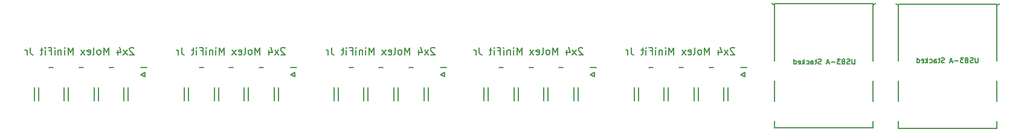
<source format=gbr>
G04 #@! TF.FileFunction,Legend,Bot*
%FSLAX46Y46*%
G04 Gerber Fmt 4.6, Leading zero omitted, Abs format (unit mm)*
G04 Created by KiCad (PCBNEW 4.0.7) date 04/09/18 21:47:58*
%MOMM*%
%LPD*%
G01*
G04 APERTURE LIST*
%ADD10C,0.100000*%
%ADD11C,0.150000*%
%ADD12C,3.600000*%
%ADD13C,2.800000*%
%ADD14C,1.400000*%
%ADD15R,3.400000X3.400000*%
%ADD16C,3.400000*%
G04 APERTURE END LIST*
D10*
D11*
X201697200Y-85352800D02*
G75*
G02X202057200Y-85692800I10000J-350000D01*
G01*
X215857200Y-85682800D02*
G75*
G02X216207200Y-85352800I340000J-10000D01*
G01*
X215857200Y-102802800D02*
X202057200Y-102812800D01*
X202057200Y-102812800D02*
X202057200Y-85352800D01*
X202057200Y-85352800D02*
X215857200Y-85352800D01*
X215857200Y-85352800D02*
X215857200Y-102812800D01*
X184330700Y-85297800D02*
G75*
G02X184690700Y-85637800I10000J-350000D01*
G01*
X198490700Y-85627800D02*
G75*
G02X198840700Y-85297800I340000J-10000D01*
G01*
X198490700Y-102747800D02*
X184690700Y-102757800D01*
X184690700Y-102757800D02*
X184690700Y-85297800D01*
X184690700Y-85297800D02*
X198490700Y-85297800D01*
X198490700Y-85297800D02*
X198490700Y-102757800D01*
X95827600Y-94300000D02*
X96677600Y-94300000D01*
X94127600Y-97050000D02*
X94127600Y-98950000D01*
X93527600Y-97050000D02*
X93527600Y-98950000D01*
X89927600Y-97050000D02*
X89927600Y-98950000D01*
X89327600Y-97050000D02*
X89327600Y-98950000D01*
X85727600Y-97050000D02*
X85727600Y-98950000D01*
X85127600Y-97050000D02*
X85127600Y-98950000D01*
X81527600Y-97050000D02*
X81527600Y-98950000D01*
X80927600Y-97050000D02*
X80927600Y-98950000D01*
X92027600Y-94250000D02*
X91427600Y-94250000D01*
X87827600Y-94250000D02*
X87227600Y-94250000D01*
X83627600Y-94250000D02*
X83027600Y-94250000D01*
X95827600Y-95250000D02*
X96427600Y-95550000D01*
X96427600Y-95550000D02*
X96427600Y-94950000D01*
X96427600Y-94950000D02*
X95827600Y-95250000D01*
X116858800Y-94300000D02*
X117708800Y-94300000D01*
X115158800Y-97050000D02*
X115158800Y-98950000D01*
X114558800Y-97050000D02*
X114558800Y-98950000D01*
X110958800Y-97050000D02*
X110958800Y-98950000D01*
X110358800Y-97050000D02*
X110358800Y-98950000D01*
X106758800Y-97050000D02*
X106758800Y-98950000D01*
X106158800Y-97050000D02*
X106158800Y-98950000D01*
X102558800Y-97050000D02*
X102558800Y-98950000D01*
X101958800Y-97050000D02*
X101958800Y-98950000D01*
X113058800Y-94250000D02*
X112458800Y-94250000D01*
X108858800Y-94250000D02*
X108258800Y-94250000D01*
X104658800Y-94250000D02*
X104058800Y-94250000D01*
X116858800Y-95250000D02*
X117458800Y-95550000D01*
X117458800Y-95550000D02*
X117458800Y-94950000D01*
X117458800Y-94950000D02*
X116858800Y-95250000D01*
X137839200Y-94300000D02*
X138689200Y-94300000D01*
X136139200Y-97050000D02*
X136139200Y-98950000D01*
X135539200Y-97050000D02*
X135539200Y-98950000D01*
X131939200Y-97050000D02*
X131939200Y-98950000D01*
X131339200Y-97050000D02*
X131339200Y-98950000D01*
X127739200Y-97050000D02*
X127739200Y-98950000D01*
X127139200Y-97050000D02*
X127139200Y-98950000D01*
X123539200Y-97050000D02*
X123539200Y-98950000D01*
X122939200Y-97050000D02*
X122939200Y-98950000D01*
X134039200Y-94250000D02*
X133439200Y-94250000D01*
X129839200Y-94250000D02*
X129239200Y-94250000D01*
X125639200Y-94250000D02*
X125039200Y-94250000D01*
X137839200Y-95250000D02*
X138439200Y-95550000D01*
X138439200Y-95550000D02*
X138439200Y-94950000D01*
X138439200Y-94950000D02*
X137839200Y-95250000D01*
X158870400Y-94300000D02*
X159720400Y-94300000D01*
X157170400Y-97050000D02*
X157170400Y-98950000D01*
X156570400Y-97050000D02*
X156570400Y-98950000D01*
X152970400Y-97050000D02*
X152970400Y-98950000D01*
X152370400Y-97050000D02*
X152370400Y-98950000D01*
X148770400Y-97050000D02*
X148770400Y-98950000D01*
X148170400Y-97050000D02*
X148170400Y-98950000D01*
X144570400Y-97050000D02*
X144570400Y-98950000D01*
X143970400Y-97050000D02*
X143970400Y-98950000D01*
X155070400Y-94250000D02*
X154470400Y-94250000D01*
X150870400Y-94250000D02*
X150270400Y-94250000D01*
X146670400Y-94250000D02*
X146070400Y-94250000D01*
X158870400Y-95250000D02*
X159470400Y-95550000D01*
X159470400Y-95550000D02*
X159470400Y-94950000D01*
X159470400Y-94950000D02*
X158870400Y-95250000D01*
X179901600Y-94300000D02*
X180751600Y-94300000D01*
X178201600Y-97050000D02*
X178201600Y-98950000D01*
X177601600Y-97050000D02*
X177601600Y-98950000D01*
X174001600Y-97050000D02*
X174001600Y-98950000D01*
X173401600Y-97050000D02*
X173401600Y-98950000D01*
X169801600Y-97050000D02*
X169801600Y-98950000D01*
X169201600Y-97050000D02*
X169201600Y-98950000D01*
X165601600Y-97050000D02*
X165601600Y-98950000D01*
X165001600Y-97050000D02*
X165001600Y-98950000D01*
X176101600Y-94250000D02*
X175501600Y-94250000D01*
X171901600Y-94250000D02*
X171301600Y-94250000D01*
X167701600Y-94250000D02*
X167101600Y-94250000D01*
X179901600Y-95250000D02*
X180501600Y-95550000D01*
X180501600Y-95550000D02*
X180501600Y-94950000D01*
X180501600Y-94950000D02*
X179901600Y-95250000D01*
X213207066Y-92885467D02*
X213207066Y-93452133D01*
X213173733Y-93518800D01*
X213140400Y-93552133D01*
X213073733Y-93585467D01*
X212940400Y-93585467D01*
X212873733Y-93552133D01*
X212840400Y-93518800D01*
X212807066Y-93452133D01*
X212807066Y-92885467D01*
X212507067Y-93552133D02*
X212407067Y-93585467D01*
X212240400Y-93585467D01*
X212173733Y-93552133D01*
X212140400Y-93518800D01*
X212107067Y-93452133D01*
X212107067Y-93385467D01*
X212140400Y-93318800D01*
X212173733Y-93285467D01*
X212240400Y-93252133D01*
X212373733Y-93218800D01*
X212440400Y-93185467D01*
X212473733Y-93152133D01*
X212507067Y-93085467D01*
X212507067Y-93018800D01*
X212473733Y-92952133D01*
X212440400Y-92918800D01*
X212373733Y-92885467D01*
X212207067Y-92885467D01*
X212107067Y-92918800D01*
X211573733Y-93218800D02*
X211473733Y-93252133D01*
X211440400Y-93285467D01*
X211407066Y-93352133D01*
X211407066Y-93452133D01*
X211440400Y-93518800D01*
X211473733Y-93552133D01*
X211540400Y-93585467D01*
X211807066Y-93585467D01*
X211807066Y-92885467D01*
X211573733Y-92885467D01*
X211507066Y-92918800D01*
X211473733Y-92952133D01*
X211440400Y-93018800D01*
X211440400Y-93085467D01*
X211473733Y-93152133D01*
X211507066Y-93185467D01*
X211573733Y-93218800D01*
X211807066Y-93218800D01*
X211173733Y-92885467D02*
X210740400Y-92885467D01*
X210973733Y-93152133D01*
X210873733Y-93152133D01*
X210807066Y-93185467D01*
X210773733Y-93218800D01*
X210740400Y-93285467D01*
X210740400Y-93452133D01*
X210773733Y-93518800D01*
X210807066Y-93552133D01*
X210873733Y-93585467D01*
X211073733Y-93585467D01*
X211140400Y-93552133D01*
X211173733Y-93518800D01*
X210440399Y-93318800D02*
X209907066Y-93318800D01*
X209607066Y-93385467D02*
X209273732Y-93385467D01*
X209673732Y-93585467D02*
X209440399Y-92885467D01*
X209207066Y-93585467D01*
X208473733Y-93552133D02*
X208373733Y-93585467D01*
X208207066Y-93585467D01*
X208140399Y-93552133D01*
X208107066Y-93518800D01*
X208073733Y-93452133D01*
X208073733Y-93385467D01*
X208107066Y-93318800D01*
X208140399Y-93285467D01*
X208207066Y-93252133D01*
X208340399Y-93218800D01*
X208407066Y-93185467D01*
X208440399Y-93152133D01*
X208473733Y-93085467D01*
X208473733Y-93018800D01*
X208440399Y-92952133D01*
X208407066Y-92918800D01*
X208340399Y-92885467D01*
X208173733Y-92885467D01*
X208073733Y-92918800D01*
X207873732Y-93118800D02*
X207607066Y-93118800D01*
X207773732Y-92885467D02*
X207773732Y-93485467D01*
X207740399Y-93552133D01*
X207673732Y-93585467D01*
X207607066Y-93585467D01*
X207073732Y-93585467D02*
X207073732Y-93218800D01*
X207107066Y-93152133D01*
X207173732Y-93118800D01*
X207307066Y-93118800D01*
X207373732Y-93152133D01*
X207073732Y-93552133D02*
X207140399Y-93585467D01*
X207307066Y-93585467D01*
X207373732Y-93552133D01*
X207407066Y-93485467D01*
X207407066Y-93418800D01*
X207373732Y-93352133D01*
X207307066Y-93318800D01*
X207140399Y-93318800D01*
X207073732Y-93285467D01*
X206440399Y-93552133D02*
X206507066Y-93585467D01*
X206640399Y-93585467D01*
X206707066Y-93552133D01*
X206740399Y-93518800D01*
X206773733Y-93452133D01*
X206773733Y-93252133D01*
X206740399Y-93185467D01*
X206707066Y-93152133D01*
X206640399Y-93118800D01*
X206507066Y-93118800D01*
X206440399Y-93152133D01*
X206140399Y-93585467D02*
X206140399Y-92885467D01*
X206073733Y-93318800D02*
X205873733Y-93585467D01*
X205873733Y-93118800D02*
X206140399Y-93385467D01*
X205307066Y-93552133D02*
X205373732Y-93585467D01*
X205507066Y-93585467D01*
X205573732Y-93552133D01*
X205607066Y-93485467D01*
X205607066Y-93218800D01*
X205573732Y-93152133D01*
X205507066Y-93118800D01*
X205373732Y-93118800D01*
X205307066Y-93152133D01*
X205273732Y-93218800D01*
X205273732Y-93285467D01*
X205607066Y-93352133D01*
X204673732Y-93585467D02*
X204673732Y-92885467D01*
X204673732Y-93552133D02*
X204740399Y-93585467D01*
X204873732Y-93585467D01*
X204940399Y-93552133D01*
X204973732Y-93518800D01*
X205007066Y-93452133D01*
X205007066Y-93252133D01*
X204973732Y-93185467D01*
X204940399Y-93152133D01*
X204873732Y-93118800D01*
X204740399Y-93118800D01*
X204673732Y-93152133D01*
X195935066Y-93088667D02*
X195935066Y-93655333D01*
X195901733Y-93722000D01*
X195868400Y-93755333D01*
X195801733Y-93788667D01*
X195668400Y-93788667D01*
X195601733Y-93755333D01*
X195568400Y-93722000D01*
X195535066Y-93655333D01*
X195535066Y-93088667D01*
X195235067Y-93755333D02*
X195135067Y-93788667D01*
X194968400Y-93788667D01*
X194901733Y-93755333D01*
X194868400Y-93722000D01*
X194835067Y-93655333D01*
X194835067Y-93588667D01*
X194868400Y-93522000D01*
X194901733Y-93488667D01*
X194968400Y-93455333D01*
X195101733Y-93422000D01*
X195168400Y-93388667D01*
X195201733Y-93355333D01*
X195235067Y-93288667D01*
X195235067Y-93222000D01*
X195201733Y-93155333D01*
X195168400Y-93122000D01*
X195101733Y-93088667D01*
X194935067Y-93088667D01*
X194835067Y-93122000D01*
X194301733Y-93422000D02*
X194201733Y-93455333D01*
X194168400Y-93488667D01*
X194135066Y-93555333D01*
X194135066Y-93655333D01*
X194168400Y-93722000D01*
X194201733Y-93755333D01*
X194268400Y-93788667D01*
X194535066Y-93788667D01*
X194535066Y-93088667D01*
X194301733Y-93088667D01*
X194235066Y-93122000D01*
X194201733Y-93155333D01*
X194168400Y-93222000D01*
X194168400Y-93288667D01*
X194201733Y-93355333D01*
X194235066Y-93388667D01*
X194301733Y-93422000D01*
X194535066Y-93422000D01*
X193901733Y-93088667D02*
X193468400Y-93088667D01*
X193701733Y-93355333D01*
X193601733Y-93355333D01*
X193535066Y-93388667D01*
X193501733Y-93422000D01*
X193468400Y-93488667D01*
X193468400Y-93655333D01*
X193501733Y-93722000D01*
X193535066Y-93755333D01*
X193601733Y-93788667D01*
X193801733Y-93788667D01*
X193868400Y-93755333D01*
X193901733Y-93722000D01*
X193168399Y-93522000D02*
X192635066Y-93522000D01*
X192335066Y-93588667D02*
X192001732Y-93588667D01*
X192401732Y-93788667D02*
X192168399Y-93088667D01*
X191935066Y-93788667D01*
X191201733Y-93755333D02*
X191101733Y-93788667D01*
X190935066Y-93788667D01*
X190868399Y-93755333D01*
X190835066Y-93722000D01*
X190801733Y-93655333D01*
X190801733Y-93588667D01*
X190835066Y-93522000D01*
X190868399Y-93488667D01*
X190935066Y-93455333D01*
X191068399Y-93422000D01*
X191135066Y-93388667D01*
X191168399Y-93355333D01*
X191201733Y-93288667D01*
X191201733Y-93222000D01*
X191168399Y-93155333D01*
X191135066Y-93122000D01*
X191068399Y-93088667D01*
X190901733Y-93088667D01*
X190801733Y-93122000D01*
X190601732Y-93322000D02*
X190335066Y-93322000D01*
X190501732Y-93088667D02*
X190501732Y-93688667D01*
X190468399Y-93755333D01*
X190401732Y-93788667D01*
X190335066Y-93788667D01*
X189801732Y-93788667D02*
X189801732Y-93422000D01*
X189835066Y-93355333D01*
X189901732Y-93322000D01*
X190035066Y-93322000D01*
X190101732Y-93355333D01*
X189801732Y-93755333D02*
X189868399Y-93788667D01*
X190035066Y-93788667D01*
X190101732Y-93755333D01*
X190135066Y-93688667D01*
X190135066Y-93622000D01*
X190101732Y-93555333D01*
X190035066Y-93522000D01*
X189868399Y-93522000D01*
X189801732Y-93488667D01*
X189168399Y-93755333D02*
X189235066Y-93788667D01*
X189368399Y-93788667D01*
X189435066Y-93755333D01*
X189468399Y-93722000D01*
X189501733Y-93655333D01*
X189501733Y-93455333D01*
X189468399Y-93388667D01*
X189435066Y-93355333D01*
X189368399Y-93322000D01*
X189235066Y-93322000D01*
X189168399Y-93355333D01*
X188868399Y-93788667D02*
X188868399Y-93088667D01*
X188801733Y-93522000D02*
X188601733Y-93788667D01*
X188601733Y-93322000D02*
X188868399Y-93588667D01*
X188035066Y-93755333D02*
X188101732Y-93788667D01*
X188235066Y-93788667D01*
X188301732Y-93755333D01*
X188335066Y-93688667D01*
X188335066Y-93422000D01*
X188301732Y-93355333D01*
X188235066Y-93322000D01*
X188101732Y-93322000D01*
X188035066Y-93355333D01*
X188001732Y-93422000D01*
X188001732Y-93488667D01*
X188335066Y-93555333D01*
X187401732Y-93788667D02*
X187401732Y-93088667D01*
X187401732Y-93755333D02*
X187468399Y-93788667D01*
X187601732Y-93788667D01*
X187668399Y-93755333D01*
X187701732Y-93722000D01*
X187735066Y-93655333D01*
X187735066Y-93455333D01*
X187701732Y-93388667D01*
X187668399Y-93355333D01*
X187601732Y-93322000D01*
X187468399Y-93322000D01*
X187401732Y-93355333D01*
X94871429Y-91547619D02*
X94823810Y-91500000D01*
X94728572Y-91452381D01*
X94490476Y-91452381D01*
X94395238Y-91500000D01*
X94347619Y-91547619D01*
X94300000Y-91642857D01*
X94300000Y-91738095D01*
X94347619Y-91880952D01*
X94919048Y-92452381D01*
X94300000Y-92452381D01*
X93966667Y-92452381D02*
X93442857Y-91785714D01*
X93966667Y-91785714D02*
X93442857Y-92452381D01*
X92633333Y-91785714D02*
X92633333Y-92452381D01*
X92871429Y-91404762D02*
X93109524Y-92119048D01*
X92490476Y-92119048D01*
X91347619Y-92452381D02*
X91347619Y-91452381D01*
X91014285Y-92166667D01*
X90680952Y-91452381D01*
X90680952Y-92452381D01*
X90061905Y-92452381D02*
X90157143Y-92404762D01*
X90204762Y-92357143D01*
X90252381Y-92261905D01*
X90252381Y-91976190D01*
X90204762Y-91880952D01*
X90157143Y-91833333D01*
X90061905Y-91785714D01*
X89919047Y-91785714D01*
X89823809Y-91833333D01*
X89776190Y-91880952D01*
X89728571Y-91976190D01*
X89728571Y-92261905D01*
X89776190Y-92357143D01*
X89823809Y-92404762D01*
X89919047Y-92452381D01*
X90061905Y-92452381D01*
X89157143Y-92452381D02*
X89252381Y-92404762D01*
X89300000Y-92309524D01*
X89300000Y-91452381D01*
X88395237Y-92404762D02*
X88490475Y-92452381D01*
X88680952Y-92452381D01*
X88776190Y-92404762D01*
X88823809Y-92309524D01*
X88823809Y-91928571D01*
X88776190Y-91833333D01*
X88680952Y-91785714D01*
X88490475Y-91785714D01*
X88395237Y-91833333D01*
X88347618Y-91928571D01*
X88347618Y-92023810D01*
X88823809Y-92119048D01*
X88014285Y-92452381D02*
X87490475Y-91785714D01*
X88014285Y-91785714D02*
X87490475Y-92452381D01*
X86347618Y-92452381D02*
X86347618Y-91452381D01*
X86014284Y-92166667D01*
X85680951Y-91452381D01*
X85680951Y-92452381D01*
X85204761Y-92452381D02*
X85204761Y-91785714D01*
X85204761Y-91452381D02*
X85252380Y-91500000D01*
X85204761Y-91547619D01*
X85157142Y-91500000D01*
X85204761Y-91452381D01*
X85204761Y-91547619D01*
X84728571Y-91785714D02*
X84728571Y-92452381D01*
X84728571Y-91880952D02*
X84680952Y-91833333D01*
X84585714Y-91785714D01*
X84442856Y-91785714D01*
X84347618Y-91833333D01*
X84299999Y-91928571D01*
X84299999Y-92452381D01*
X83823809Y-92452381D02*
X83823809Y-91785714D01*
X83823809Y-91452381D02*
X83871428Y-91500000D01*
X83823809Y-91547619D01*
X83776190Y-91500000D01*
X83823809Y-91452381D01*
X83823809Y-91547619D01*
X83014285Y-91928571D02*
X83347619Y-91928571D01*
X83347619Y-92452381D02*
X83347619Y-91452381D01*
X82871428Y-91452381D01*
X82490476Y-92452381D02*
X82490476Y-91785714D01*
X82490476Y-91452381D02*
X82538095Y-91500000D01*
X82490476Y-91547619D01*
X82442857Y-91500000D01*
X82490476Y-91452381D01*
X82490476Y-91547619D01*
X82157143Y-91785714D02*
X81776191Y-91785714D01*
X82014286Y-91452381D02*
X82014286Y-92309524D01*
X81966667Y-92404762D01*
X81871429Y-92452381D01*
X81776191Y-92452381D01*
X80395237Y-91452381D02*
X80395237Y-92166667D01*
X80442857Y-92309524D01*
X80538095Y-92404762D01*
X80680952Y-92452381D01*
X80776190Y-92452381D01*
X79919047Y-92452381D02*
X79919047Y-91785714D01*
X79919047Y-91976190D02*
X79871428Y-91880952D01*
X79823809Y-91833333D01*
X79728571Y-91785714D01*
X79633332Y-91785714D01*
X116071429Y-91547619D02*
X116023810Y-91500000D01*
X115928572Y-91452381D01*
X115690476Y-91452381D01*
X115595238Y-91500000D01*
X115547619Y-91547619D01*
X115500000Y-91642857D01*
X115500000Y-91738095D01*
X115547619Y-91880952D01*
X116119048Y-92452381D01*
X115500000Y-92452381D01*
X115166667Y-92452381D02*
X114642857Y-91785714D01*
X115166667Y-91785714D02*
X114642857Y-92452381D01*
X113833333Y-91785714D02*
X113833333Y-92452381D01*
X114071429Y-91404762D02*
X114309524Y-92119048D01*
X113690476Y-92119048D01*
X112547619Y-92452381D02*
X112547619Y-91452381D01*
X112214285Y-92166667D01*
X111880952Y-91452381D01*
X111880952Y-92452381D01*
X111261905Y-92452381D02*
X111357143Y-92404762D01*
X111404762Y-92357143D01*
X111452381Y-92261905D01*
X111452381Y-91976190D01*
X111404762Y-91880952D01*
X111357143Y-91833333D01*
X111261905Y-91785714D01*
X111119047Y-91785714D01*
X111023809Y-91833333D01*
X110976190Y-91880952D01*
X110928571Y-91976190D01*
X110928571Y-92261905D01*
X110976190Y-92357143D01*
X111023809Y-92404762D01*
X111119047Y-92452381D01*
X111261905Y-92452381D01*
X110357143Y-92452381D02*
X110452381Y-92404762D01*
X110500000Y-92309524D01*
X110500000Y-91452381D01*
X109595237Y-92404762D02*
X109690475Y-92452381D01*
X109880952Y-92452381D01*
X109976190Y-92404762D01*
X110023809Y-92309524D01*
X110023809Y-91928571D01*
X109976190Y-91833333D01*
X109880952Y-91785714D01*
X109690475Y-91785714D01*
X109595237Y-91833333D01*
X109547618Y-91928571D01*
X109547618Y-92023810D01*
X110023809Y-92119048D01*
X109214285Y-92452381D02*
X108690475Y-91785714D01*
X109214285Y-91785714D02*
X108690475Y-92452381D01*
X107547618Y-92452381D02*
X107547618Y-91452381D01*
X107214284Y-92166667D01*
X106880951Y-91452381D01*
X106880951Y-92452381D01*
X106404761Y-92452381D02*
X106404761Y-91785714D01*
X106404761Y-91452381D02*
X106452380Y-91500000D01*
X106404761Y-91547619D01*
X106357142Y-91500000D01*
X106404761Y-91452381D01*
X106404761Y-91547619D01*
X105928571Y-91785714D02*
X105928571Y-92452381D01*
X105928571Y-91880952D02*
X105880952Y-91833333D01*
X105785714Y-91785714D01*
X105642856Y-91785714D01*
X105547618Y-91833333D01*
X105499999Y-91928571D01*
X105499999Y-92452381D01*
X105023809Y-92452381D02*
X105023809Y-91785714D01*
X105023809Y-91452381D02*
X105071428Y-91500000D01*
X105023809Y-91547619D01*
X104976190Y-91500000D01*
X105023809Y-91452381D01*
X105023809Y-91547619D01*
X104214285Y-91928571D02*
X104547619Y-91928571D01*
X104547619Y-92452381D02*
X104547619Y-91452381D01*
X104071428Y-91452381D01*
X103690476Y-92452381D02*
X103690476Y-91785714D01*
X103690476Y-91452381D02*
X103738095Y-91500000D01*
X103690476Y-91547619D01*
X103642857Y-91500000D01*
X103690476Y-91452381D01*
X103690476Y-91547619D01*
X103357143Y-91785714D02*
X102976191Y-91785714D01*
X103214286Y-91452381D02*
X103214286Y-92309524D01*
X103166667Y-92404762D01*
X103071429Y-92452381D01*
X102976191Y-92452381D01*
X101595237Y-91452381D02*
X101595237Y-92166667D01*
X101642857Y-92309524D01*
X101738095Y-92404762D01*
X101880952Y-92452381D01*
X101976190Y-92452381D01*
X101119047Y-92452381D02*
X101119047Y-91785714D01*
X101119047Y-91976190D02*
X101071428Y-91880952D01*
X101023809Y-91833333D01*
X100928571Y-91785714D01*
X100833332Y-91785714D01*
X137071429Y-91547619D02*
X137023810Y-91500000D01*
X136928572Y-91452381D01*
X136690476Y-91452381D01*
X136595238Y-91500000D01*
X136547619Y-91547619D01*
X136500000Y-91642857D01*
X136500000Y-91738095D01*
X136547619Y-91880952D01*
X137119048Y-92452381D01*
X136500000Y-92452381D01*
X136166667Y-92452381D02*
X135642857Y-91785714D01*
X136166667Y-91785714D02*
X135642857Y-92452381D01*
X134833333Y-91785714D02*
X134833333Y-92452381D01*
X135071429Y-91404762D02*
X135309524Y-92119048D01*
X134690476Y-92119048D01*
X133547619Y-92452381D02*
X133547619Y-91452381D01*
X133214285Y-92166667D01*
X132880952Y-91452381D01*
X132880952Y-92452381D01*
X132261905Y-92452381D02*
X132357143Y-92404762D01*
X132404762Y-92357143D01*
X132452381Y-92261905D01*
X132452381Y-91976190D01*
X132404762Y-91880952D01*
X132357143Y-91833333D01*
X132261905Y-91785714D01*
X132119047Y-91785714D01*
X132023809Y-91833333D01*
X131976190Y-91880952D01*
X131928571Y-91976190D01*
X131928571Y-92261905D01*
X131976190Y-92357143D01*
X132023809Y-92404762D01*
X132119047Y-92452381D01*
X132261905Y-92452381D01*
X131357143Y-92452381D02*
X131452381Y-92404762D01*
X131500000Y-92309524D01*
X131500000Y-91452381D01*
X130595237Y-92404762D02*
X130690475Y-92452381D01*
X130880952Y-92452381D01*
X130976190Y-92404762D01*
X131023809Y-92309524D01*
X131023809Y-91928571D01*
X130976190Y-91833333D01*
X130880952Y-91785714D01*
X130690475Y-91785714D01*
X130595237Y-91833333D01*
X130547618Y-91928571D01*
X130547618Y-92023810D01*
X131023809Y-92119048D01*
X130214285Y-92452381D02*
X129690475Y-91785714D01*
X130214285Y-91785714D02*
X129690475Y-92452381D01*
X128547618Y-92452381D02*
X128547618Y-91452381D01*
X128214284Y-92166667D01*
X127880951Y-91452381D01*
X127880951Y-92452381D01*
X127404761Y-92452381D02*
X127404761Y-91785714D01*
X127404761Y-91452381D02*
X127452380Y-91500000D01*
X127404761Y-91547619D01*
X127357142Y-91500000D01*
X127404761Y-91452381D01*
X127404761Y-91547619D01*
X126928571Y-91785714D02*
X126928571Y-92452381D01*
X126928571Y-91880952D02*
X126880952Y-91833333D01*
X126785714Y-91785714D01*
X126642856Y-91785714D01*
X126547618Y-91833333D01*
X126499999Y-91928571D01*
X126499999Y-92452381D01*
X126023809Y-92452381D02*
X126023809Y-91785714D01*
X126023809Y-91452381D02*
X126071428Y-91500000D01*
X126023809Y-91547619D01*
X125976190Y-91500000D01*
X126023809Y-91452381D01*
X126023809Y-91547619D01*
X125214285Y-91928571D02*
X125547619Y-91928571D01*
X125547619Y-92452381D02*
X125547619Y-91452381D01*
X125071428Y-91452381D01*
X124690476Y-92452381D02*
X124690476Y-91785714D01*
X124690476Y-91452381D02*
X124738095Y-91500000D01*
X124690476Y-91547619D01*
X124642857Y-91500000D01*
X124690476Y-91452381D01*
X124690476Y-91547619D01*
X124357143Y-91785714D02*
X123976191Y-91785714D01*
X124214286Y-91452381D02*
X124214286Y-92309524D01*
X124166667Y-92404762D01*
X124071429Y-92452381D01*
X123976191Y-92452381D01*
X122595237Y-91452381D02*
X122595237Y-92166667D01*
X122642857Y-92309524D01*
X122738095Y-92404762D01*
X122880952Y-92452381D01*
X122976190Y-92452381D01*
X122119047Y-92452381D02*
X122119047Y-91785714D01*
X122119047Y-91976190D02*
X122071428Y-91880952D01*
X122023809Y-91833333D01*
X121928571Y-91785714D01*
X121833332Y-91785714D01*
X157787029Y-91547619D02*
X157739410Y-91500000D01*
X157644172Y-91452381D01*
X157406076Y-91452381D01*
X157310838Y-91500000D01*
X157263219Y-91547619D01*
X157215600Y-91642857D01*
X157215600Y-91738095D01*
X157263219Y-91880952D01*
X157834648Y-92452381D01*
X157215600Y-92452381D01*
X156882267Y-92452381D02*
X156358457Y-91785714D01*
X156882267Y-91785714D02*
X156358457Y-92452381D01*
X155548933Y-91785714D02*
X155548933Y-92452381D01*
X155787029Y-91404762D02*
X156025124Y-92119048D01*
X155406076Y-92119048D01*
X154263219Y-92452381D02*
X154263219Y-91452381D01*
X153929885Y-92166667D01*
X153596552Y-91452381D01*
X153596552Y-92452381D01*
X152977505Y-92452381D02*
X153072743Y-92404762D01*
X153120362Y-92357143D01*
X153167981Y-92261905D01*
X153167981Y-91976190D01*
X153120362Y-91880952D01*
X153072743Y-91833333D01*
X152977505Y-91785714D01*
X152834647Y-91785714D01*
X152739409Y-91833333D01*
X152691790Y-91880952D01*
X152644171Y-91976190D01*
X152644171Y-92261905D01*
X152691790Y-92357143D01*
X152739409Y-92404762D01*
X152834647Y-92452381D01*
X152977505Y-92452381D01*
X152072743Y-92452381D02*
X152167981Y-92404762D01*
X152215600Y-92309524D01*
X152215600Y-91452381D01*
X151310837Y-92404762D02*
X151406075Y-92452381D01*
X151596552Y-92452381D01*
X151691790Y-92404762D01*
X151739409Y-92309524D01*
X151739409Y-91928571D01*
X151691790Y-91833333D01*
X151596552Y-91785714D01*
X151406075Y-91785714D01*
X151310837Y-91833333D01*
X151263218Y-91928571D01*
X151263218Y-92023810D01*
X151739409Y-92119048D01*
X150929885Y-92452381D02*
X150406075Y-91785714D01*
X150929885Y-91785714D02*
X150406075Y-92452381D01*
X149263218Y-92452381D02*
X149263218Y-91452381D01*
X148929884Y-92166667D01*
X148596551Y-91452381D01*
X148596551Y-92452381D01*
X148120361Y-92452381D02*
X148120361Y-91785714D01*
X148120361Y-91452381D02*
X148167980Y-91500000D01*
X148120361Y-91547619D01*
X148072742Y-91500000D01*
X148120361Y-91452381D01*
X148120361Y-91547619D01*
X147644171Y-91785714D02*
X147644171Y-92452381D01*
X147644171Y-91880952D02*
X147596552Y-91833333D01*
X147501314Y-91785714D01*
X147358456Y-91785714D01*
X147263218Y-91833333D01*
X147215599Y-91928571D01*
X147215599Y-92452381D01*
X146739409Y-92452381D02*
X146739409Y-91785714D01*
X146739409Y-91452381D02*
X146787028Y-91500000D01*
X146739409Y-91547619D01*
X146691790Y-91500000D01*
X146739409Y-91452381D01*
X146739409Y-91547619D01*
X145929885Y-91928571D02*
X146263219Y-91928571D01*
X146263219Y-92452381D02*
X146263219Y-91452381D01*
X145787028Y-91452381D01*
X145406076Y-92452381D02*
X145406076Y-91785714D01*
X145406076Y-91452381D02*
X145453695Y-91500000D01*
X145406076Y-91547619D01*
X145358457Y-91500000D01*
X145406076Y-91452381D01*
X145406076Y-91547619D01*
X145072743Y-91785714D02*
X144691791Y-91785714D01*
X144929886Y-91452381D02*
X144929886Y-92309524D01*
X144882267Y-92404762D01*
X144787029Y-92452381D01*
X144691791Y-92452381D01*
X143310837Y-91452381D02*
X143310837Y-92166667D01*
X143358457Y-92309524D01*
X143453695Y-92404762D01*
X143596552Y-92452381D01*
X143691790Y-92452381D01*
X142834647Y-92452381D02*
X142834647Y-91785714D01*
X142834647Y-91976190D02*
X142787028Y-91880952D01*
X142739409Y-91833333D01*
X142644171Y-91785714D01*
X142548932Y-91785714D01*
X179071429Y-91547619D02*
X179023810Y-91500000D01*
X178928572Y-91452381D01*
X178690476Y-91452381D01*
X178595238Y-91500000D01*
X178547619Y-91547619D01*
X178500000Y-91642857D01*
X178500000Y-91738095D01*
X178547619Y-91880952D01*
X179119048Y-92452381D01*
X178500000Y-92452381D01*
X178166667Y-92452381D02*
X177642857Y-91785714D01*
X178166667Y-91785714D02*
X177642857Y-92452381D01*
X176833333Y-91785714D02*
X176833333Y-92452381D01*
X177071429Y-91404762D02*
X177309524Y-92119048D01*
X176690476Y-92119048D01*
X175547619Y-92452381D02*
X175547619Y-91452381D01*
X175214285Y-92166667D01*
X174880952Y-91452381D01*
X174880952Y-92452381D01*
X174261905Y-92452381D02*
X174357143Y-92404762D01*
X174404762Y-92357143D01*
X174452381Y-92261905D01*
X174452381Y-91976190D01*
X174404762Y-91880952D01*
X174357143Y-91833333D01*
X174261905Y-91785714D01*
X174119047Y-91785714D01*
X174023809Y-91833333D01*
X173976190Y-91880952D01*
X173928571Y-91976190D01*
X173928571Y-92261905D01*
X173976190Y-92357143D01*
X174023809Y-92404762D01*
X174119047Y-92452381D01*
X174261905Y-92452381D01*
X173357143Y-92452381D02*
X173452381Y-92404762D01*
X173500000Y-92309524D01*
X173500000Y-91452381D01*
X172595237Y-92404762D02*
X172690475Y-92452381D01*
X172880952Y-92452381D01*
X172976190Y-92404762D01*
X173023809Y-92309524D01*
X173023809Y-91928571D01*
X172976190Y-91833333D01*
X172880952Y-91785714D01*
X172690475Y-91785714D01*
X172595237Y-91833333D01*
X172547618Y-91928571D01*
X172547618Y-92023810D01*
X173023809Y-92119048D01*
X172214285Y-92452381D02*
X171690475Y-91785714D01*
X172214285Y-91785714D02*
X171690475Y-92452381D01*
X170547618Y-92452381D02*
X170547618Y-91452381D01*
X170214284Y-92166667D01*
X169880951Y-91452381D01*
X169880951Y-92452381D01*
X169404761Y-92452381D02*
X169404761Y-91785714D01*
X169404761Y-91452381D02*
X169452380Y-91500000D01*
X169404761Y-91547619D01*
X169357142Y-91500000D01*
X169404761Y-91452381D01*
X169404761Y-91547619D01*
X168928571Y-91785714D02*
X168928571Y-92452381D01*
X168928571Y-91880952D02*
X168880952Y-91833333D01*
X168785714Y-91785714D01*
X168642856Y-91785714D01*
X168547618Y-91833333D01*
X168499999Y-91928571D01*
X168499999Y-92452381D01*
X168023809Y-92452381D02*
X168023809Y-91785714D01*
X168023809Y-91452381D02*
X168071428Y-91500000D01*
X168023809Y-91547619D01*
X167976190Y-91500000D01*
X168023809Y-91452381D01*
X168023809Y-91547619D01*
X167214285Y-91928571D02*
X167547619Y-91928571D01*
X167547619Y-92452381D02*
X167547619Y-91452381D01*
X167071428Y-91452381D01*
X166690476Y-92452381D02*
X166690476Y-91785714D01*
X166690476Y-91452381D02*
X166738095Y-91500000D01*
X166690476Y-91547619D01*
X166642857Y-91500000D01*
X166690476Y-91452381D01*
X166690476Y-91547619D01*
X166357143Y-91785714D02*
X165976191Y-91785714D01*
X166214286Y-91452381D02*
X166214286Y-92309524D01*
X166166667Y-92404762D01*
X166071429Y-92452381D01*
X165976191Y-92452381D01*
X164595237Y-91452381D02*
X164595237Y-92166667D01*
X164642857Y-92309524D01*
X164738095Y-92404762D01*
X164880952Y-92452381D01*
X164976190Y-92452381D01*
X164119047Y-92452381D02*
X164119047Y-91785714D01*
X164119047Y-91976190D02*
X164071428Y-91880952D01*
X164023809Y-91833333D01*
X163928571Y-91785714D01*
X163833332Y-91785714D01*
%LPC*%
D12*
X225200000Y-90200000D03*
X70000000Y-90200000D03*
X70000000Y-115300000D03*
X225200000Y-115300000D03*
D13*
X202387200Y-110985300D03*
X202387200Y-105305300D03*
X215527200Y-105305300D03*
X215527200Y-110975300D03*
D14*
X212457200Y-108985300D03*
X205457200Y-108985300D03*
X207957200Y-108985300D03*
X209957200Y-108985300D03*
X212957200Y-107485300D03*
X210957200Y-107485300D03*
X208967200Y-107485300D03*
X206957200Y-107485300D03*
X204957200Y-107485300D03*
X205457200Y-105785300D03*
X207957200Y-105785300D03*
X209957200Y-105785300D03*
X212457200Y-105785300D03*
X212957200Y-104285300D03*
X210957200Y-104285300D03*
X208957200Y-104285300D03*
X206957200Y-104285300D03*
X204957200Y-104285300D03*
D13*
X202387200Y-94792800D03*
X202387200Y-100472800D03*
X215527200Y-100472800D03*
X215527200Y-94802800D03*
D14*
X212457200Y-96792800D03*
X205457200Y-96792800D03*
X207957200Y-96792800D03*
X209957200Y-96792800D03*
X212957200Y-98292800D03*
X210957200Y-98292800D03*
X208967200Y-98292800D03*
X206957200Y-98292800D03*
X204957200Y-98292800D03*
X205457200Y-99992800D03*
X207957200Y-99992800D03*
X209957200Y-99992800D03*
X212457200Y-99992800D03*
X212957200Y-101492800D03*
X210957200Y-101492800D03*
X208957200Y-101492800D03*
X206957200Y-101492800D03*
X204957200Y-101492800D03*
D13*
X185020700Y-110976800D03*
X185020700Y-105296800D03*
X198160700Y-105296800D03*
X198160700Y-110966800D03*
D14*
X195090700Y-108976800D03*
X188090700Y-108976800D03*
X190590700Y-108976800D03*
X192590700Y-108976800D03*
X195590700Y-107476800D03*
X193590700Y-107476800D03*
X191600700Y-107476800D03*
X189590700Y-107476800D03*
X187590700Y-107476800D03*
X188090700Y-105776800D03*
X190590700Y-105776800D03*
X192590700Y-105776800D03*
X195090700Y-105776800D03*
X195590700Y-104276800D03*
X193590700Y-104276800D03*
X191590700Y-104276800D03*
X189590700Y-104276800D03*
X187590700Y-104276800D03*
D13*
X185020700Y-94737800D03*
X185020700Y-100417800D03*
X198160700Y-100417800D03*
X198160700Y-94747800D03*
D14*
X195090700Y-96737800D03*
X188090700Y-96737800D03*
X190590700Y-96737800D03*
X192590700Y-96737800D03*
X195590700Y-98237800D03*
X193590700Y-98237800D03*
X191600700Y-98237800D03*
X189590700Y-98237800D03*
X187590700Y-98237800D03*
X188090700Y-99937800D03*
X190590700Y-99937800D03*
X192590700Y-99937800D03*
X195090700Y-99937800D03*
X195590700Y-101437800D03*
X193590700Y-101437800D03*
X191590700Y-101437800D03*
X189590700Y-101437800D03*
X187590700Y-101437800D03*
D15*
X93827600Y-110286800D03*
D16*
X89627600Y-110286800D03*
X85427600Y-110286800D03*
X81227600Y-110286800D03*
X93827600Y-104786800D03*
X89627600Y-104786800D03*
X85427600Y-104786800D03*
X81227600Y-104786800D03*
D15*
X93827600Y-95250000D03*
D16*
X89627600Y-95250000D03*
X85427600Y-95250000D03*
X81227600Y-95250000D03*
X93827600Y-100750000D03*
X89627600Y-100750000D03*
X85427600Y-100750000D03*
X81227600Y-100750000D03*
D15*
X114808000Y-110286800D03*
D16*
X110608000Y-110286800D03*
X106408000Y-110286800D03*
X102208000Y-110286800D03*
X114808000Y-104786800D03*
X110608000Y-104786800D03*
X106408000Y-104786800D03*
X102208000Y-104786800D03*
D15*
X114858800Y-95250000D03*
D16*
X110658800Y-95250000D03*
X106458800Y-95250000D03*
X102258800Y-95250000D03*
X114858800Y-100750000D03*
X110658800Y-100750000D03*
X106458800Y-100750000D03*
X102258800Y-100750000D03*
D15*
X135839200Y-110286800D03*
D16*
X131639200Y-110286800D03*
X127439200Y-110286800D03*
X123239200Y-110286800D03*
X135839200Y-104786800D03*
X131639200Y-104786800D03*
X127439200Y-104786800D03*
X123239200Y-104786800D03*
D15*
X135839200Y-95250000D03*
D16*
X131639200Y-95250000D03*
X127439200Y-95250000D03*
X123239200Y-95250000D03*
X135839200Y-100750000D03*
X131639200Y-100750000D03*
X127439200Y-100750000D03*
X123239200Y-100750000D03*
D15*
X156870400Y-110286800D03*
D16*
X152670400Y-110286800D03*
X148470400Y-110286800D03*
X144270400Y-110286800D03*
X156870400Y-104786800D03*
X152670400Y-104786800D03*
X148470400Y-104786800D03*
X144270400Y-104786800D03*
D15*
X156870400Y-95250000D03*
D16*
X152670400Y-95250000D03*
X148470400Y-95250000D03*
X144270400Y-95250000D03*
X156870400Y-100750000D03*
X152670400Y-100750000D03*
X148470400Y-100750000D03*
X144270400Y-100750000D03*
D15*
X177901600Y-110286800D03*
D16*
X173701600Y-110286800D03*
X169501600Y-110286800D03*
X165301600Y-110286800D03*
X177901600Y-104786800D03*
X173701600Y-104786800D03*
X169501600Y-104786800D03*
X165301600Y-104786800D03*
D15*
X177901600Y-95250000D03*
D16*
X173701600Y-95250000D03*
X169501600Y-95250000D03*
X165301600Y-95250000D03*
X177901600Y-100750000D03*
X173701600Y-100750000D03*
X169501600Y-100750000D03*
X165301600Y-100750000D03*
M02*

</source>
